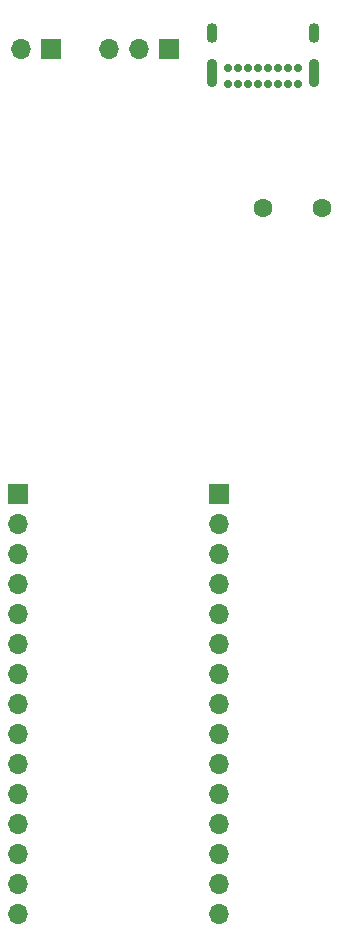
<source format=gbs>
G04 #@! TF.GenerationSoftware,KiCad,Pcbnew,8.99.0-unknown-e6b739776e~181~ubuntu24.04.1*
G04 #@! TF.CreationDate,2024-12-31T16:54:58+01:00*
G04 #@! TF.ProjectId,Spinne_Werkstatt,5370696e-6e65-45f5-9765-726b73746174,rev?*
G04 #@! TF.SameCoordinates,Original*
G04 #@! TF.FileFunction,Soldermask,Bot*
G04 #@! TF.FilePolarity,Negative*
%FSLAX46Y46*%
G04 Gerber Fmt 4.6, Leading zero omitted, Abs format (unit mm)*
G04 Created by KiCad (PCBNEW 8.99.0-unknown-e6b739776e~181~ubuntu24.04.1) date 2024-12-31 16:54:58*
%MOMM*%
%LPD*%
G01*
G04 APERTURE LIST*
%ADD10C,0.700000*%
%ADD11O,0.900000X2.400000*%
%ADD12O,0.900000X1.700000*%
%ADD13R,1.700000X1.700000*%
%ADD14O,1.700000X1.700000*%
%ADD15C,1.600000*%
G04 APERTURE END LIST*
D10*
X154725000Y-42775000D03*
X153875000Y-42775000D03*
X153025000Y-42775000D03*
X152175000Y-42775000D03*
X151325000Y-42775000D03*
X150475000Y-42775000D03*
X149625000Y-42775000D03*
X148775000Y-42775000D03*
X148775000Y-41425000D03*
X149625000Y-41425000D03*
X150475000Y-41425000D03*
X151325000Y-41425000D03*
X152175000Y-41425000D03*
X153025000Y-41425000D03*
X153875000Y-41425000D03*
X154725000Y-41425000D03*
D11*
X156075000Y-41795000D03*
D12*
X156075000Y-38415000D03*
D11*
X147425000Y-41795000D03*
D12*
X147425000Y-38415000D03*
D13*
X133775000Y-39750000D03*
D14*
X131235000Y-39750000D03*
D13*
X143750000Y-39750000D03*
D14*
X141210000Y-39750000D03*
X138670000Y-39750000D03*
D15*
X156750000Y-53250000D03*
X151750000Y-53250000D03*
D13*
X148000000Y-77500000D03*
D14*
X148000000Y-80040000D03*
X148000000Y-82580000D03*
X148000000Y-85120000D03*
X148000000Y-87660000D03*
X148000000Y-90200000D03*
X148000000Y-92740000D03*
X148000000Y-95280000D03*
X148000000Y-97820000D03*
X148000000Y-100360000D03*
X148000000Y-102900000D03*
X148000000Y-105440000D03*
X148000000Y-107980000D03*
X148000000Y-110520000D03*
X148000000Y-113060000D03*
D13*
X131000000Y-77500000D03*
D14*
X131000000Y-80040000D03*
X131000000Y-82580000D03*
X131000000Y-85120000D03*
X131000000Y-87660000D03*
X131000000Y-90200000D03*
X131000000Y-92740000D03*
X131000000Y-95280000D03*
X131000000Y-97820000D03*
X131000000Y-100360000D03*
X131000000Y-102900000D03*
X131000000Y-105440000D03*
X131000000Y-107980000D03*
X131000000Y-110520000D03*
X131000000Y-113060000D03*
M02*

</source>
